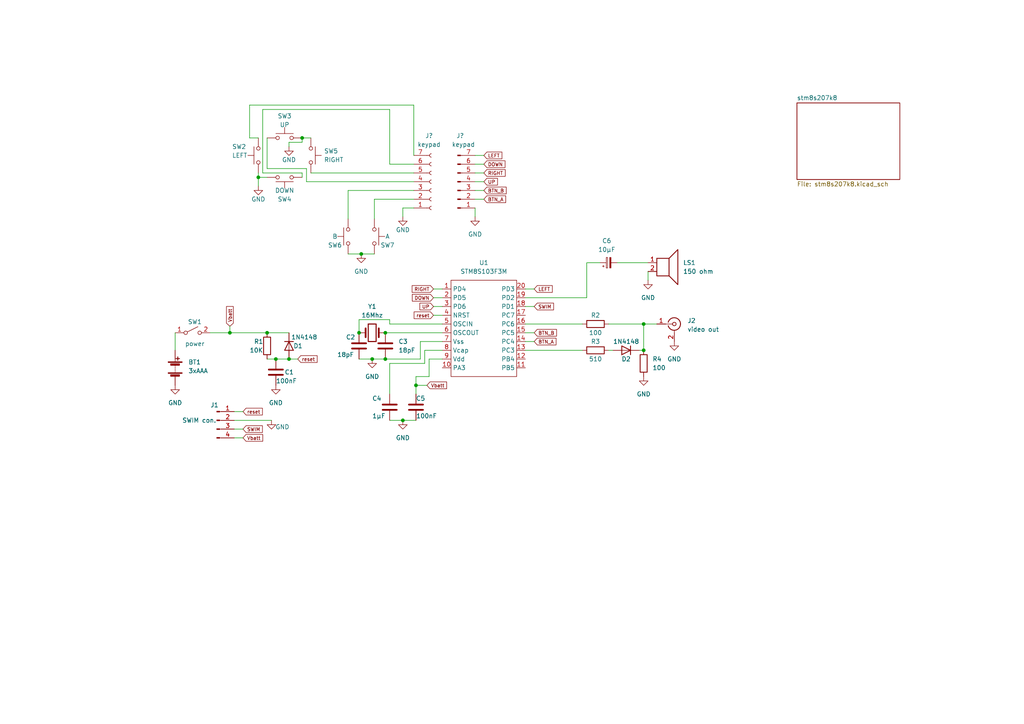
<source format=kicad_sch>
(kicad_sch (version 20211123) (generator eeschema)
  (paper "A4")
  (lib_symbols
    (symbol "Connector:Conn_01x04_Male" (pin_names (offset 1.016) hide)
      (property "Reference" "J" (at 0 5.08 0))
      (property "Value" "Conn_01x04_Male" (at 0 -7.62 0))
      (symbol "Conn_01x04_Male_1_1"
        (polyline (pts (xy 1.27 -5.08) (xy 0.8636 -5.08)) (stroke (width 0.1524)))
        (polyline (pts (xy 1.27 -2.54) (xy 0.8636 -2.54)) (stroke (width 0.1524)))
        (polyline (pts (xy 1.27 0) (xy 0.8636 0)) (stroke (width 0.1524)))
        (polyline (pts (xy 1.27 2.54) (xy 0.8636 2.54)) (stroke (width 0.1524)))
        (rectangle (start 0.8636 -4.953) (end 0 -5.207) (stroke (width 0.1524)) (fill (type outline)))
        (rectangle (start 0.8636 -2.413) (end 0 -2.667) (stroke (width 0.1524)) (fill (type outline)))
        (rectangle (start 0.8636 0.127) (end 0 -0.127) (stroke (width 0.1524)) (fill (type outline)))
        (rectangle (start 0.8636 2.667) (end 0 2.413) (stroke (width 0.1524)) (fill (type outline)))
        (pin passive line (at 5.08 2.54 180) (length 3.81) (name "Pin_1") (number "1"))
        (pin passive line (at 5.08 0 180) (length 3.81) (name "Pin_2") (number "2"))
        (pin passive line (at 5.08 -2.54 180) (length 3.81) (name "Pin_3") (number "3"))
        (pin passive line (at 5.08 -5.08 180) (length 3.81) (name "Pin_4") (number "4"))
      )
    )
    (symbol "Connector:Conn_01x07_Female" (pin_names (offset 1.016) hide)
      (property "Reference" "J" (at 0 10.16 0))
      (property "Value" "Conn_01x07_Female" (at 0 -10.16 0))
      (symbol "Conn_01x07_Female_1_1"
        (arc (start 0 -7.112) (mid -0.508 -7.62) (end 0 -8.128) (stroke (width 0.1524)))
        (arc (start 0 -4.572) (mid -0.508 -5.08) (end 0 -5.588) (stroke (width 0.1524)))
        (arc (start 0 -2.032) (mid -0.508 -2.54) (end 0 -3.048) (stroke (width 0.1524)))
        (polyline (pts (xy -1.27 -7.62) (xy -0.508 -7.62)) (stroke (width 0.1524)))
        (polyline (pts (xy -1.27 -5.08) (xy -0.508 -5.08)) (stroke (width 0.1524)))
        (polyline (pts (xy -1.27 -2.54) (xy -0.508 -2.54)) (stroke (width 0.1524)))
        (polyline (pts (xy -1.27 0) (xy -0.508 0)) (stroke (width 0.1524)))
        (polyline (pts (xy -1.27 2.54) (xy -0.508 2.54)) (stroke (width 0.1524)))
        (polyline (pts (xy -1.27 5.08) (xy -0.508 5.08)) (stroke (width 0.1524)))
        (polyline (pts (xy -1.27 7.62) (xy -0.508 7.62)) (stroke (width 0.1524)))
        (arc (start 0 0.508) (mid -0.508 0) (end 0 -0.508) (stroke (width 0.1524)))
        (arc (start 0 3.048) (mid -0.508 2.54) (end 0 2.032) (stroke (width 0.1524)))
        (arc (start 0 5.588) (mid -0.508 5.08) (end 0 4.572) (stroke (width 0.1524)))
        (arc (start 0 8.128) (mid -0.508 7.62) (end 0 7.112) (stroke (width 0.1524)))
        (pin passive line (at -5.08 7.62 0) (length 3.81) (name "Pin_1") (number "1"))
        (pin passive line (at -5.08 5.08 0) (length 3.81) (name "Pin_2") (number "2"))
        (pin passive line (at -5.08 2.54 0) (length 3.81) (name "Pin_3") (number "3"))
        (pin passive line (at -5.08 0 0) (length 3.81) (name "Pin_4") (number "4"))
        (pin passive line (at -5.08 -2.54 0) (length 3.81) (name "Pin_5") (number "5"))
        (pin passive line (at -5.08 -5.08 0) (length 3.81) (name "Pin_6") (number "6"))
        (pin passive line (at -5.08 -7.62 0) (length 3.81) (name "Pin_7") (number "7"))
      )
    )
    (symbol "Connector:Conn_01x07_Male" (pin_names (offset 1.016) hide)
      (property "Reference" "J" (at 0 10.16 0))
      (property "Value" "Conn_01x07_Male" (at 0 -10.16 0))
      (symbol "Conn_01x07_Male_1_1"
        (polyline (pts (xy 1.27 -7.62) (xy 0.8636 -7.62)) (stroke (width 0.1524)))
        (polyline (pts (xy 1.27 -5.08) (xy 0.8636 -5.08)) (stroke (width 0.1524)))
        (polyline (pts (xy 1.27 -2.54) (xy 0.8636 -2.54)) (stroke (width 0.1524)))
        (polyline (pts (xy 1.27 0) (xy 0.8636 0)) (stroke (width 0.1524)))
        (polyline (pts (xy 1.27 2.54) (xy 0.8636 2.54)) (stroke (width 0.1524)))
        (polyline (pts (xy 1.27 5.08) (xy 0.8636 5.08)) (stroke (width 0.1524)))
        (polyline (pts (xy 1.27 7.62) (xy 0.8636 7.62)) (stroke (width 0.1524)))
        (rectangle (start 0.8636 -7.493) (end 0 -7.747) (stroke (width 0.1524)) (fill (type outline)))
        (rectangle (start 0.8636 -4.953) (end 0 -5.207) (stroke (width 0.1524)) (fill (type outline)))
        (rectangle (start 0.8636 -2.413) (end 0 -2.667) (stroke (width 0.1524)) (fill (type outline)))
        (rectangle (start 0.8636 0.127) (end 0 -0.127) (stroke (width 0.1524)) (fill (type outline)))
        (rectangle (start 0.8636 2.667) (end 0 2.413) (stroke (width 0.1524)) (fill (type outline)))
        (rectangle (start 0.8636 5.207) (end 0 4.953) (stroke (width 0.1524)) (fill (type outline)))
        (rectangle (start 0.8636 7.747) (end 0 7.493) (stroke (width 0.1524)) (fill (type outline)))
        (pin passive line (at 5.08 7.62 180) (length 3.81) (name "Pin_1") (number "1"))
        (pin passive line (at 5.08 5.08 180) (length 3.81) (name "Pin_2") (number "2"))
        (pin passive line (at 5.08 2.54 180) (length 3.81) (name "Pin_3") (number "3"))
        (pin passive line (at 5.08 0 180) (length 3.81) (name "Pin_4") (number "4"))
        (pin passive line (at 5.08 -2.54 180) (length 3.81) (name "Pin_5") (number "5"))
        (pin passive line (at 5.08 -5.08 180) (length 3.81) (name "Pin_6") (number "6"))
        (pin passive line (at 5.08 -7.62 180) (length 3.81) (name "Pin_7") (number "7"))
      )
    )
    (symbol "Connector:Conn_Coaxial" (pin_names (offset 1.016) hide)
      (property "Reference" "J" (at 0.254 3.048 0))
      (property "Value" "Conn_Coaxial" (at 2.921 0 90))
      (symbol "Conn_Coaxial_0_1"
        (arc (start -1.778 -0.508) (mid 0.2311 -1.8066) (end 1.778 0) (stroke (width 0.254)))
        (polyline (pts (xy -2.54 0) (xy -0.508 0)))
        (polyline (pts (xy 0 -2.54) (xy 0 -1.778)))
        (circle (center 0 0) (radius 0.508) (stroke (width 0.2032)))
        (arc (start 1.778 0) (mid 0.2099 1.8101) (end -1.778 0.508) (stroke (width 0.254)))
      )
      (symbol "Conn_Coaxial_1_1"
        (pin passive line (at -5.08 0 0) (length 2.54) (name "In") (number "1"))
        (pin passive line (at 0 -5.08 90) (length 2.54) (name "Ext") (number "2"))
      )
    )
    (symbol "Device:Battery" (pin_numbers hide) (pin_names (offset 0) hide)
      (property "Reference" "BT" (at 2.54 2.54 0))
      (property "Value" "Battery" (at 2.54 0 0))
      (symbol "Battery_0_1"
        (rectangle (start -2.032 -1.397) (end 2.032 -1.651) (fill (type outline)))
        (rectangle (start -2.032 1.778) (end 2.032 1.524) (fill (type outline)))
        (rectangle (start -1.3208 -1.9812) (end 1.27 -2.4892) (fill (type outline)))
        (rectangle (start -1.3208 1.1938) (end 1.27 0.6858) (fill (type outline)))
        (polyline (pts (xy 0 -1.524) (xy 0 -1.27)))
        (polyline (pts (xy 0 -1.016) (xy 0 -0.762)))
        (polyline (pts (xy 0 -0.508) (xy 0 -0.254)))
        (polyline (pts (xy 0 0) (xy 0 0.254)))
        (polyline (pts (xy 0 0.508) (xy 0 0.762)))
        (polyline (pts (xy 0 1.778) (xy 0 2.54)))
        (polyline (pts (xy 0.254 2.667) (xy 1.27 2.667)) (stroke (width 0.254)))
        (polyline (pts (xy 0.762 3.175) (xy 0.762 2.159)) (stroke (width 0.254)))
      )
      (symbol "Battery_1_1"
        (pin passive line (at 0 5.08 270) (length 2.54) (name "+") (number "1"))
        (pin passive line (at 0 -5.08 90) (length 2.54) (name "-") (number "2"))
      )
    )
    (symbol "Device:C" (pin_numbers hide) (pin_names (offset 0.254))
      (property "Reference" "C" (at 0.635 2.54 0))
      (property "Value" "C" (at 0.635 -2.54 0))
      (symbol "C_0_1"
        (polyline (pts (xy -2.032 -0.762) (xy 2.032 -0.762)) (stroke (width 0.508)))
        (polyline (pts (xy -2.032 0.762) (xy 2.032 0.762)) (stroke (width 0.508)))
      )
      (symbol "C_1_1"
        (pin passive line (at 0 3.81 270) (length 2.794) (name "~") (number "1"))
        (pin passive line (at 0 -3.81 90) (length 2.794) (name "~") (number "2"))
      )
    )
    (symbol "Device:C_Polarized_Small" (pin_numbers hide) (pin_names (offset 0.254) hide)
      (property "Reference" "C" (at 0.254 1.778 0))
      (property "Value" "C_Polarized_Small" (at 0.254 -2.032 0))
      (symbol "C_Polarized_Small_0_1"
        (rectangle (start -1.524 -0.3048) (end 1.524 -0.6858) (fill (type outline)))
        (rectangle (start -1.524 0.6858) (end 1.524 0.3048))
        (polyline (pts (xy -1.27 1.524) (xy -0.762 1.524)))
        (polyline (pts (xy -1.016 1.27) (xy -1.016 1.778)))
      )
      (symbol "C_Polarized_Small_1_1"
        (pin passive line (at 0 2.54 270) (length 1.8542) (name "~") (number "1"))
        (pin passive line (at 0 -2.54 90) (length 1.8542) (name "~") (number "2"))
      )
    )
    (symbol "Device:Crystal" (pin_numbers hide) (pin_names (offset 1.016) hide)
      (property "Reference" "Y" (at 0 3.81 0))
      (property "Value" "Crystal" (at 0 -3.81 0))
      (symbol "Crystal_0_1"
        (rectangle (start -1.143 2.54) (end 1.143 -2.54) (stroke (width 0.3048)))
        (polyline (pts (xy -2.54 0) (xy -1.905 0)))
        (polyline (pts (xy -1.905 -1.27) (xy -1.905 1.27)) (stroke (width 0.508)))
        (polyline (pts (xy 1.905 -1.27) (xy 1.905 1.27)) (stroke (width 0.508)))
        (polyline (pts (xy 2.54 0) (xy 1.905 0)))
      )
      (symbol "Crystal_1_1"
        (pin passive line (at -3.81 0 0) (length 1.27) (name "1") (number "1"))
        (pin passive line (at 3.81 0 180) (length 1.27) (name "2") (number "2"))
      )
    )
    (symbol "Device:R" (pin_numbers hide) (pin_names (offset 0))
      (property "Reference" "R" (at 2.032 0 90))
      (property "Value" "R" (at 0 0 90))
      (symbol "R_0_1"
        (rectangle (start -1.016 -2.54) (end 1.016 2.54) (stroke (width 0.254)))
      )
      (symbol "R_1_1"
        (pin passive line (at 0 3.81 270) (length 1.27) (name "~") (number "1"))
        (pin passive line (at 0 -3.81 90) (length 1.27) (name "~") (number "2"))
      )
    )
    (symbol "Device:Speaker" (pin_names (offset 0) hide)
      (property "Reference" "LS" (at 1.27 5.715 0))
      (property "Value" "Speaker" (at 1.27 3.81 0))
      (symbol "Speaker_0_0"
        (rectangle (start -2.54 1.27) (end 1.016 -3.81) (stroke (width 0.254)))
        (polyline (pts (xy 1.016 1.27) (xy 3.556 3.81) (xy 3.556 -6.35) (xy 1.016 -3.81)) (stroke (width 0.254)))
      )
      (symbol "Speaker_1_1"
        (pin input line (at -5.08 0 0) (length 2.54) (name "1") (number "1"))
        (pin input line (at -5.08 -2.54 0) (length 2.54) (name "2") (number "2"))
      )
    )
    (symbol "Diode:1N4148" (pin_numbers hide) (pin_names (offset 1.016) hide)
      (property "Reference" "D" (at 0 2.54 0))
      (property "Value" "1N4148" (at 0 -2.54 0))
      (symbol "1N4148_0_1"
        (polyline (pts (xy -1.27 1.27) (xy -1.27 -1.27)) (stroke (width 0.254)))
        (polyline (pts (xy 1.27 0) (xy -1.27 0)))
        (polyline (pts (xy 1.27 1.27) (xy 1.27 -1.27) (xy -1.27 0) (xy 1.27 1.27)) (stroke (width 0.254)))
      )
      (symbol "1N4148_1_1"
        (pin passive line (at -3.81 0 0) (length 2.54) (name "K") (number "1"))
        (pin passive line (at 3.81 0 180) (length 2.54) (name "A") (number "2"))
      )
    )
    (symbol "MCU_ST_STM8:STM8S103F3M"
      (property "Reference" "U" (at 0 -16.51 0))
      (property "Value" "STM8S103F3M" (at -2.54 13.97 0))
      (symbol "STM8S103F3M_0_1"
        (rectangle (start -10.16 12.7) (end 8.89 -15.24))
      )
      (symbol "STM8S103F3M_1_1"
        (pin bidirectional line (at -12.7 10.16 0) (length 2.54) (name "PD4") (number "1"))
        (pin bidirectional line (at -12.7 -12.7 0) (length 2.54) (name "PA3") (number "10"))
        (pin bidirectional line (at 11.43 -12.7 180) (length 2.54) (name "PB5") (number "11"))
        (pin bidirectional line (at 11.43 -10.16 180) (length 2.54) (name "PB4") (number "12"))
        (pin bidirectional line (at 11.43 -7.62 180) (length 2.54) (name "PC3") (number "13"))
        (pin bidirectional line (at 11.43 -5.08 180) (length 2.54) (name "PC4") (number "14"))
        (pin bidirectional line (at 11.43 -2.54 180) (length 2.54) (name "PC5") (number "15"))
        (pin bidirectional line (at 11.43 0 180) (length 2.54) (name "PC6") (number "16"))
        (pin bidirectional line (at 11.43 2.54 180) (length 2.54) (name "PC7") (number "17"))
        (pin bidirectional line (at 11.43 5.08 180) (length 2.54) (name "PD1") (number "18"))
        (pin bidirectional line (at 11.43 7.62 180) (length 2.54) (name "PD2") (number "19"))
        (pin bidirectional line (at -12.7 7.62 0) (length 2.54) (name "PD5") (number "2"))
        (pin bidirectional line (at 11.43 10.16 180) (length 2.54) (name "PD3") (number "20"))
        (pin bidirectional line (at -12.7 5.08 0) (length 2.54) (name "PD6") (number "3"))
        (pin bidirectional line (at -12.7 2.54 0) (length 2.54) (name "NRST") (number "4"))
        (pin bidirectional line (at -12.7 0 0) (length 2.54) (name "OSCIN") (number "5"))
        (pin bidirectional line (at -12.7 -2.54 0) (length 2.54) (name "OSCOUT") (number "6"))
        (pin power_in line (at -12.7 -5.08 0) (length 2.54) (name "Vss") (number "7"))
        (pin passive line (at -12.7 -7.62 0) (length 2.54) (name "Vcap") (number "8"))
        (pin power_in line (at -12.7 -10.16 0) (length 2.54) (name "Vdd") (number "9"))
      )
    )
    (symbol "Switch:SW_MEC_5G" (pin_numbers hide) (pin_names (offset 1.016) hide)
      (property "Reference" "SW" (at 1.27 2.54 0))
      (property "Value" "SW_MEC_5G" (at 0 -1.524 0))
      (symbol "SW_MEC_5G_0_1"
        (circle (center -2.032 0) (radius 0.508))
        (polyline (pts (xy 0 1.27) (xy 0 3.048)))
        (polyline (pts (xy 2.54 1.27) (xy -2.54 1.27)))
        (circle (center 2.032 0) (radius 0.508))
        (pin passive line (at -5.08 0 0) (length 2.54) (name "A") (number "1"))
        (pin passive line (at 5.08 0 180) (length 2.54) (name "B") (number "3"))
      )
      (symbol "SW_MEC_5G_1_1"
        (pin passive line (at -5.08 0 0) (length 2.54) hide (name "A") (number "2"))
        (pin passive line (at 5.08 0 180) (length 2.54) hide (name "B") (number "4"))
      )
    )
    (symbol "Switch:SW_SPST" (pin_names (offset 0) hide)
      (property "Reference" "SW" (at 0 3.175 0))
      (property "Value" "SW_SPST" (at 0 -2.54 0))
      (symbol "SW_SPST_0_0"
        (circle (center -2.032 0) (radius 0.508))
        (polyline (pts (xy -1.524 0.254) (xy 1.524 1.778)))
        (circle (center 2.032 0) (radius 0.508))
      )
      (symbol "SW_SPST_1_1"
        (pin passive line (at -5.08 0 0) (length 2.54) (name "A") (number "1"))
        (pin passive line (at 5.08 0 180) (length 2.54) (name "B") (number "2"))
      )
    )
    (symbol "power:GND" (power) (pin_names (offset 0))
      (property "Value" "GND" (at 0 -3.81 0))
      (symbol "GND_0_1"
        (polyline (pts (xy 0 0) (xy 0 -1.27) (xy 1.27 -1.27) (xy 0 -2.54) (xy -1.27 -1.27) (xy 0 -1.27)))
      )
      (symbol "GND_1_1"
        (pin power_in line (at 0 0 270) (length 0) hide (name "GND") (number "1"))
      )
    )
  )
  (junction (at 80.01 104.14))
  (junction (at 83.82 104.14))
  (junction (at 104.775 73.66))
  (junction (at 87.63 40.005))
  (junction (at 107.95 104.14))
  (junction (at 186.69 101.6))
  (junction (at 66.675 96.52))
  (junction (at 116.84 121.92))
  (junction (at 120.65 111.76))
  (junction (at 111.76 104.14))
  (junction (at 77.47 96.52))
  (junction (at 104.14 96.52))
  (junction (at 74.93 51.435))
  (junction (at 111.76 96.52))
  (junction (at 186.69 93.98))
  (wire (pts (xy 74.93 51.435) (xy 74.93 53.975)))
  (wire (pts (xy 50.8 96.52) (xy 50.8 101.6)))
  (wire (pts (xy 179.07 76.2) (xy 187.96 76.2)))
  (wire (pts (xy 66.675 96.52) (xy 77.47 96.52)))
  (wire (pts (xy 152.4 93.98) (xy 168.91 93.98)))
  (wire (pts (xy 104.14 92.71) (xy 104.14 96.52)))
  (wire (pts (xy 137.795 50.165) (xy 140.335 50.165)))
  (wire (pts (xy 76.2 50.165) (xy 76.2 31.75)))
  (wire (pts (xy 120.65 111.76) (xy 120.65 109.22)))
  (wire (pts (xy 83.82 42.545) (xy 83.82 41.275)))
  (wire (pts (xy 72.39 30.48) (xy 72.39 40.005)))
  (wire (pts (xy 176.53 93.98) (xy 186.69 93.98)))
  (wire (pts (xy 170.18 86.36) (xy 170.18 76.2)))
  (wire (pts (xy 67.945 121.92) (xy 78.74 121.92)))
  (wire (pts (xy 74.93 51.435) (xy 77.47 51.435)))
  (wire (pts (xy 125.73 86.36) (xy 128.27 86.36)))
  (wire (pts (xy 104.14 104.14) (xy 107.95 104.14)))
  (wire (pts (xy 76.2 31.75) (xy 113.03 31.75)))
  (wire (pts (xy 100.965 73.66) (xy 104.775 73.66)))
  (wire (pts (xy 120.015 30.48) (xy 120.015 45.085)))
  (wire (pts (xy 67.945 124.46) (xy 70.485 124.46)))
  (wire (pts (xy 80.01 104.14) (xy 83.82 104.14)))
  (wire (pts (xy 152.4 83.82) (xy 154.94 83.82)))
  (wire (pts (xy 77.47 96.52) (xy 83.82 96.52)))
  (wire (pts (xy 113.03 93.98) (xy 113.03 92.71)))
  (wire (pts (xy 90.17 50.165) (xy 120.015 50.165)))
  (wire (pts (xy 66.675 94.615) (xy 66.675 96.52)))
  (wire (pts (xy 72.39 30.48) (xy 120.015 30.48)))
  (wire (pts (xy 137.795 45.085) (xy 140.335 45.085)))
  (wire (pts (xy 137.795 52.705) (xy 140.335 52.705)))
  (wire (pts (xy 104.775 73.66) (xy 108.585 73.66)))
  (wire (pts (xy 113.03 92.71) (xy 104.14 92.71)))
  (wire (pts (xy 137.795 47.625) (xy 140.335 47.625)))
  (wire (pts (xy 124.46 104.14) (xy 128.27 104.14)))
  (wire (pts (xy 113.03 114.3) (xy 113.03 105.41)))
  (wire (pts (xy 137.795 57.785) (xy 140.335 57.785)))
  (wire (pts (xy 121.92 99.06) (xy 121.92 104.14)))
  (wire (pts (xy 113.03 31.75) (xy 113.03 47.625)))
  (wire (pts (xy 120.65 111.76) (xy 123.825 111.76)))
  (wire (pts (xy 152.4 101.6) (xy 168.91 101.6)))
  (wire (pts (xy 88.9 48.895) (xy 88.9 52.705)))
  (wire (pts (xy 108.585 57.785) (xy 120.015 57.785)))
  (wire (pts (xy 87.63 51.435) (xy 87.63 50.165)))
  (wire (pts (xy 72.39 40.005) (xy 74.93 40.005)))
  (wire (pts (xy 74.93 50.165) (xy 74.93 51.435)))
  (wire (pts (xy 152.4 96.52) (xy 154.94 96.52)))
  (wire (pts (xy 176.53 101.6) (xy 177.8 101.6)))
  (wire (pts (xy 67.945 119.38) (xy 70.485 119.38)))
  (wire (pts (xy 87.63 50.165) (xy 76.2 50.165)))
  (wire (pts (xy 77.47 40.005) (xy 77.47 48.895)))
  (wire (pts (xy 116.84 60.325) (xy 116.84 62.865)))
  (wire (pts (xy 152.4 86.36) (xy 170.18 86.36)))
  (wire (pts (xy 83.82 104.14) (xy 86.36 104.14)))
  (wire (pts (xy 113.03 105.41) (xy 123.19 105.41)))
  (wire (pts (xy 186.69 93.98) (xy 190.5 93.98)))
  (wire (pts (xy 170.18 76.2) (xy 173.99 76.2)))
  (wire (pts (xy 137.795 60.325) (xy 137.795 62.865)))
  (wire (pts (xy 108.585 63.5) (xy 108.585 57.785)))
  (wire (pts (xy 120.65 109.22) (xy 124.46 109.22)))
  (wire (pts (xy 77.47 104.14) (xy 80.01 104.14)))
  (wire (pts (xy 152.4 99.06) (xy 154.94 99.06)))
  (wire (pts (xy 123.19 101.6) (xy 128.27 101.6)))
  (wire (pts (xy 67.945 127) (xy 70.485 127)))
  (wire (pts (xy 123.19 105.41) (xy 123.19 101.6)))
  (wire (pts (xy 120.015 60.325) (xy 116.84 60.325)))
  (wire (pts (xy 100.965 55.245) (xy 120.015 55.245)))
  (wire (pts (xy 186.69 93.98) (xy 186.69 101.6)))
  (wire (pts (xy 121.92 104.14) (xy 111.76 104.14)))
  (wire (pts (xy 124.46 109.22) (xy 124.46 104.14)))
  (wire (pts (xy 107.95 104.14) (xy 111.76 104.14)))
  (wire (pts (xy 128.27 93.98) (xy 113.03 93.98)))
  (wire (pts (xy 137.795 55.245) (xy 140.335 55.245)))
  (wire (pts (xy 125.73 88.9) (xy 128.27 88.9)))
  (wire (pts (xy 185.42 101.6) (xy 186.69 101.6)))
  (wire (pts (xy 88.9 52.705) (xy 120.015 52.705)))
  (wire (pts (xy 152.4 88.9) (xy 154.94 88.9)))
  (wire (pts (xy 187.96 78.74) (xy 187.96 81.28)))
  (wire (pts (xy 87.63 41.275) (xy 87.63 40.005)))
  (wire (pts (xy 120.65 114.3) (xy 120.65 111.76)))
  (wire (pts (xy 100.965 63.5) (xy 100.965 55.245)))
  (wire (pts (xy 111.76 96.52) (xy 128.27 96.52)))
  (wire (pts (xy 87.63 40.005) (xy 90.17 40.005)))
  (wire (pts (xy 125.73 83.82) (xy 128.27 83.82)))
  (wire (pts (xy 125.73 91.44) (xy 128.27 91.44)))
  (wire (pts (xy 113.03 121.92) (xy 116.84 121.92)))
  (wire (pts (xy 116.84 121.92) (xy 120.65 121.92)))
  (wire (pts (xy 128.27 99.06) (xy 121.92 99.06)))
  (wire (pts (xy 60.96 96.52) (xy 66.675 96.52)))
  (wire (pts (xy 77.47 48.895) (xy 88.9 48.895)))
  (wire (pts (xy 113.03 47.625) (xy 120.015 47.625)))
  (wire (pts (xy 83.82 41.275) (xy 87.63 41.275)))
  (global_label "LEFT" (shape input) (at 140.335 45.085 0) (effects (font (size 1 1))) (property "Références Inter-Feuilles" "${INTERSHEET_REFS}" (effects hide)))
  (global_label "SWIM" (shape input) (at 70.485 124.46 0) (effects (font (size 1 1))) (property "Références Inter-Feuilles" "${INTERSHEET_REFS}" (effects hide)))
  (global_label "RIGHT" (shape input) (at 140.335 50.165 0) (effects (font (size 1 1))) (property "Références Inter-Feuilles" "${INTERSHEET_REFS}" (effects hide)))
  (global_label "Vbatt" (shape input) (at 66.675 94.615 90) (effects (font (size 1 1))) (property "Références Inter-Feuilles" "${INTERSHEET_REFS}" (effects hide)))
  (global_label "UP" (shape input) (at 125.73 88.9 180) (effects (font (size 1 1))) (property "Références Inter-Feuilles" "${INTERSHEET_REFS}" (effects hide)))
  (global_label "UP" (shape input) (at 140.335 52.705 0) (effects (font (size 1 1))) (property "Références Inter-Feuilles" "${INTERSHEET_REFS}" (effects hide)))
  (global_label "reset" (shape input) (at 125.73 91.44 180) (effects (font (size 1 1))) (property "Références Inter-Feuilles" "${INTERSHEET_REFS}" (effects hide)))
  (global_label "reset" (shape input) (at 70.485 119.38 0) (effects (font (size 1 1))) (property "Références Inter-Feuilles" "${INTERSHEET_REFS}" (effects hide)))
  (global_label "BTN_A" (shape input) (at 154.94 99.06 0) (effects (font (size 1 1))) (property "Références Inter-Feuilles" "${INTERSHEET_REFS}" (effects hide)))
  (global_label "RIGHT" (shape input) (at 125.73 83.82 180) (effects (font (size 1 1))) (property "Références Inter-Feuilles" "${INTERSHEET_REFS}" (effects hide)))
  (global_label "Vbatt" (shape input) (at 123.825 111.76 0) (effects (font (size 1 1))) (property "Références Inter-Feuilles" "${INTERSHEET_REFS}" (effects hide)))
  (global_label "SWIM" (shape input) (at 154.94 88.9 0) (effects (font (size 1 1))) (property "Références Inter-Feuilles" "${INTERSHEET_REFS}" (effects hide)))
  (global_label "DOWN" (shape input) (at 125.73 86.36 180) (effects (font (size 1 1))) (property "Références Inter-Feuilles" "${INTERSHEET_REFS}" (effects hide)))
  (global_label "BTN_B" (shape input) (at 154.94 96.52 0) (effects (font (size 1 1))) (property "Références Inter-Feuilles" "${INTERSHEET_REFS}" (effects hide)))
  (global_label "BTN_B" (shape input) (at 140.335 55.245 0) (effects (font (size 1 1))) (property "Références Inter-Feuilles" "${INTERSHEET_REFS}" (effects hide)))
  (global_label "Vbatt" (shape input) (at 70.485 127 0) (effects (font (size 1 1))) (property "Références Inter-Feuilles" "${INTERSHEET_REFS}" (effects hide)))
  (global_label "LEFT" (shape input) (at 154.94 83.82 0) (effects (font (size 1 1))) (property "Références Inter-Feuilles" "${INTERSHEET_REFS}" (effects hide)))
  (global_label "BTN_A" (shape input) (at 140.335 57.785 0) (effects (font (size 1 1))) (property "Références Inter-Feuilles" "${INTERSHEET_REFS}" (effects hide)))
  (global_label "DOWN" (shape input) (at 140.335 47.625 0) (effects (font (size 1 1))) (property "Références Inter-Feuilles" "${INTERSHEET_REFS}" (effects hide)))
  (global_label "reset" (shape input) (at 86.36 104.14 0) (effects (font (size 1 1))) (property "Références Inter-Feuilles" "${INTERSHEET_REFS}" (effects hide)))
  (symbol (lib_id "Switch:SW_MEC_5G") (at 90.17 45.085 270) (unit 1)
    (property "Reference" "SW5" (at 93.98 43.8149 90) (effects (justify left)))
    (property "Value" "RIGHT" (at 93.98 46.3549 90) (effects (justify left)))
    (property "Datasheet" "http://www.apem.com/int/index.php?controller=attachment&id_attachment=488" (effects hide))
  )
  (symbol (lib_id "Device:C") (at 80.01 107.95 0) (unit 1)
    (property "Reference" "C1" (at 82.55 107.95 0) (effects (justify left)))
    (property "Value" "100nF" (at 80.01 110.49 0) (effects (justify left)))
  )
  (symbol (lib_id "Switch:SW_MEC_5G") (at 82.55 51.435 180) (unit 1)
    (property "Reference" "SW4" (at 82.55 57.785 0))
    (property "Value" "DOWN" (at 82.55 55.245 0))
    (property "Datasheet" "http://www.apem.com/int/index.php?controller=attachment&id_attachment=488" (effects hide))
  )
  (symbol (lib_id "Device:R") (at 172.72 93.98 90) (unit 1)
    (property "Reference" "R2" (at 172.72 91.44 90))
    (property "Value" "100" (at 172.72 96.52 90))
  )
  (symbol (lib_id "Device:Crystal") (at 107.95 96.52 180) (unit 1)
    (property "Reference" "Y1" (at 107.95 88.9 0))
    (property "Value" "16Mhz" (at 107.95 91.44 0))
  )
  (symbol (lib_id "Connector:Conn_01x04_Male") (at 62.865 121.92 0) (unit 1)
    (property "Reference" "J1" (at 62.23 117.475 0))
    (property "Value" "SWIM con." (at 57.785 121.92 0))
  )
  (symbol (lib_id "Diode:1N4148") (at 83.82 100.33 270) (unit 1)
    (property "Reference" "D1" (at 85.09 100.33 90) (effects (justify left)))
    (property "Value" "1N4148" (at 84.455 97.79 90) (effects (justify left)))
    (property "Footprint" "Diode_THT:D_DO-35_SOD27_P7.62mm_Horizontal" (effects hide))
    (property "Datasheet" "https://assets.nexperia.com/documents/data-sheet/1N4148_1N4448.pdf" (effects hide))
  )
  (symbol (lib_id "Switch:SW_MEC_5G") (at 100.965 68.58 90) (unit 1)
    (property "Reference" "SW6" (at 97.155 71.12 90))
    (property "Value" "B" (at 97.155 68.58 90))
    (property "Datasheet" "http://www.apem.com/int/index.php?controller=attachment&id_attachment=488" (effects hide))
  )
  (symbol (lib_id "Device:C") (at 111.76 100.33 0) (unit 1)
    (property "Reference" "C3" (at 115.57 99.0599 0) (effects (justify left)))
    (property "Value" "18pF" (at 115.57 101.5999 0) (effects (justify left)))
  )
  (symbol (lib_id "Switch:SW_SPST") (at 55.88 96.52 0) (unit 1)
    (property "Reference" "SW1" (at 56.515 93.345 0))
    (property "Value" "power" (at 56.515 99.695 0))
  )
  (symbol (lib_id "power:GND") (at 74.93 53.975 0) (unit 1)
    (property "Reference" "#PWR04" (effects hide))
    (property "Value" "GND" (at 74.93 57.785 0))
  )
  (symbol (lib_id "Switch:SW_MEC_5G") (at 82.55 40.005 0) (unit 1)
    (property "Reference" "SW3" (at 82.55 33.655 0))
    (property "Value" "UP" (at 82.55 36.195 0))
    (property "Datasheet" "http://www.apem.com/int/index.php?controller=attachment&id_attachment=488" (effects hide))
  )
  (symbol (lib_id "MCU_ST_STM8:STM8S103F3M") (at 140.97 93.98 0) (unit 1)
    (property "Reference" "U1" (at 140.335 76.2 0))
    (property "Value" "STM8S103F3M" (at 140.335 78.74 0))
  )
  (symbol (lib_id "power:GND") (at 116.84 121.92 0) (unit 1)
    (property "Reference" "#PWR07" (effects hide))
    (property "Value" "GND" (at 116.84 127 0))
  )
  (symbol (lib_id "Diode:1N4148") (at 181.61 101.6 180) (unit 1)
    (property "Reference" "D2" (at 181.61 104.14 0))
    (property "Value" "1N4148" (at 181.61 99.06 0))
    (property "Footprint" "Diode_THT:D_DO-35_SOD27_P7.62mm_Horizontal" (effects hide))
    (property "Datasheet" "https://assets.nexperia.com/documents/data-sheet/1N4148_1N4448.pdf" (effects hide))
  )
  (symbol (lib_id "power:GND") (at 83.82 42.545 0) (unit 1)
    (property "Reference" "#PWR05" (effects hide))
    (property "Value" "GND" (at 83.82 46.355 0))
  )
  (symbol (lib_id "power:GND") (at 50.8 111.76 0) (unit 1)
    (property "Reference" "#PWR01" (effects hide))
    (property "Value" "GND" (at 50.8 116.84 0))
  )
  (symbol (lib_id "power:GND") (at 80.01 111.76 0) (unit 1)
    (property "Reference" "#PWR03" (effects hide))
    (property "Value" "GND" (at 80.01 116.84 0))
  )
  (symbol (lib_id "Connector:Conn_Coaxial") (at 195.58 93.98 0) (unit 1)
    (property "Reference" "J2" (at 199.39 93.0031 0) (effects (justify left)))
    (property "Value" "video out" (at 199.39 95.5431 0) (effects (justify left)))
    (property "Datasheet" " ~" (effects hide))
  )
  (symbol (lib_id "Connector:Conn_01x07_Male") (at 132.715 52.705 0) (mirror x) (unit 1)
    (property "Reference" "J?" (at 134.62 39.37 0) (effects (justify right)))
    (property "Value" "keypad" (at 137.795 41.91 0) (effects (justify right)))
  )
  (symbol (lib_id "Device:Speaker") (at 193.04 76.2 0) (unit 1)
    (property "Reference" "LS1" (at 198.12 76.1999 0) (effects (justify left)))
    (property "Value" "150 ohm" (at 198.12 78.7399 0) (effects (justify left)))
  )
  (symbol (lib_id "power:GND") (at 187.96 81.28 0) (unit 1)
    (property "Reference" "#PWR010" (effects hide))
    (property "Value" "GND" (at 187.96 86.36 0))
  )
  (symbol (lib_id "Device:Battery") (at 50.8 106.68 0) (unit 1)
    (property "Reference" "BT1" (at 54.61 105.0289 0) (effects (justify left)))
    (property "Value" "3xAAA" (at 54.61 107.5689 0) (effects (justify left)))
  )
  (symbol (lib_id "power:GND") (at 186.69 109.22 0) (unit 1)
    (property "Reference" "#PWR09" (effects hide))
    (property "Value" "GND" (at 186.69 114.3 0))
  )
  (symbol (lib_id "Device:C") (at 113.03 118.11 0) (unit 1)
    (property "Reference" "C4" (at 107.95 115.57 0) (effects (justify left)))
    (property "Value" "1µF" (at 107.95 120.65 0) (effects (justify left)))
  )
  (symbol (lib_id "Device:C") (at 104.14 100.33 0) (unit 1)
    (property "Reference" "C2" (at 100.33 97.79 0) (effects (justify left)))
    (property "Value" "18pF" (at 97.79 102.87 0) (effects (justify left)))
  )
  (symbol (lib_id "Device:R") (at 77.47 100.33 0) (unit 1)
    (property "Reference" "R1" (at 73.66 99.06 0) (effects (justify left)))
    (property "Value" "10K" (at 72.39 101.6 0) (effects (justify left)))
  )
  (symbol (lib_id "power:GND") (at 137.795 62.865 0) (unit 1)
    (property "Reference" "#PWR?" (effects hide))
    (property "Value" "GND" (at 137.795 67.945 0))
  )
  (symbol (lib_id "power:GND") (at 116.84 62.865 0) (unit 1)
    (property "Reference" "#PWR?" (effects hide))
    (property "Value" "GND" (at 116.84 66.675 0))
  )
  (symbol (lib_id "Device:R") (at 172.72 101.6 90) (unit 1)
    (property "Reference" "R3" (at 172.72 99.06 90))
    (property "Value" "510" (at 172.72 104.14 90))
  )
  (symbol (lib_id "power:GND") (at 107.95 104.14 0) (unit 1)
    (property "Reference" "#PWR06" (effects hide))
    (property "Value" "GND" (at 107.95 109.22 0))
  )
  (symbol (lib_id "Device:C_Polarized_Small") (at 176.53 76.2 90) (unit 1)
    (property "Reference" "C6" (at 175.9839 69.85 90))
    (property "Value" "10µF" (at 175.9839 72.39 90))
  )
  (symbol (lib_id "Connector:Conn_01x07_Female") (at 125.095 52.705 0) (mirror x) (unit 1)
    (property "Reference" "J?" (at 124.46 39.37 0))
    (property "Value" "keypad" (at 124.46 41.91 0))
  )
  (symbol (lib_id "power:GND") (at 78.74 121.92 0) (unit 1)
    (property "Reference" "#PWR02" (effects hide))
    (property "Value" "GND" (at 81.915 123.825 0))
  )
  (symbol (lib_id "Device:C") (at 120.65 118.11 0) (unit 1)
    (property "Reference" "C5" (at 120.65 115.57 0) (effects (justify left)))
    (property "Value" "100nF" (at 120.65 120.65 0) (effects (justify left)))
  )
  (symbol (lib_id "Switch:SW_MEC_5G") (at 108.585 68.58 270) (unit 1)
    (property "Reference" "SW7" (at 112.395 71.12 90))
    (property "Value" "A" (at 112.395 68.58 90))
    (property "Datasheet" "http://www.apem.com/int/index.php?controller=attachment&id_attachment=488" (effects hide))
  )
  (symbol (lib_id "Switch:SW_MEC_5G") (at 74.93 45.085 90) (unit 1)
    (property "Reference" "SW2" (at 67.31 42.545 90) (effects (justify right)))
    (property "Value" "LEFT" (at 67.31 45.085 90) (effects (justify right)))
    (property "Datasheet" "http://www.apem.com/int/index.php?controller=attachment&id_attachment=488" (effects hide))
  )
  (symbol (lib_id "Device:R") (at 186.69 105.41 180) (unit 1)
    (property "Reference" "R4" (at 189.23 104.1399 0) (effects (justify right)))
    (property "Value" "100" (at 189.23 106.6799 0) (effects (justify right)))
  )
  (symbol (lib_id "power:GND") (at 104.775 73.66 0) (unit 1)
    (property "Reference" "#PWR08" (effects hide))
    (property "Value" "GND" (at 104.775 78.74 0))
  )
  (symbol (lib_id "power:GND") (at 195.58 99.06 0) (unit 1)
    (property "Reference" "#PWR011" (effects hide))
    (property "Value" "GND" (at 195.58 104.14 0))
  )
  (sheet (at 231.14 29.845) (size 29.845 22.225) (stroke (width 0.1524))
    (property "Sheet name" "stm8s207k8" (at 231.14 29.1334 0) (effects (justify left bottom)))
    (property "Sheet file" "stm8s207k8.kicad_sch" (at 231.14 52.6546 0) (effects (justify left top)))
  )
)
</source>
